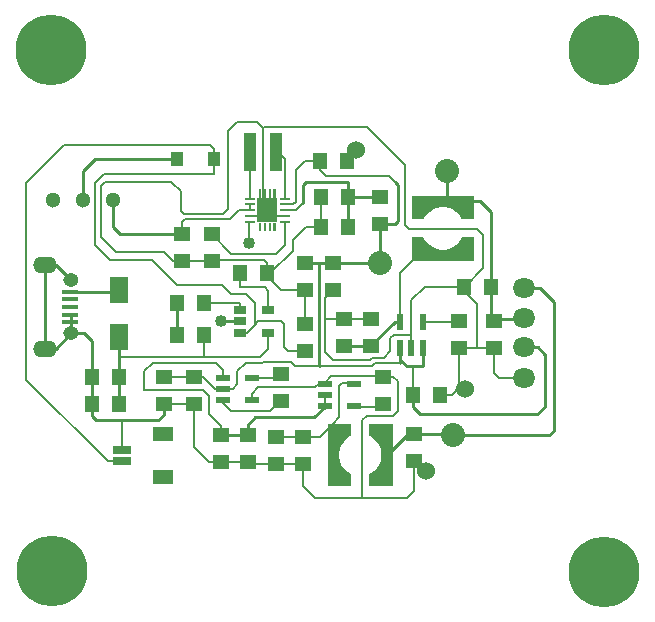
<source format=gtl>
G04 Layer_Physical_Order=1*
G04 Layer_Color=255*
%FSLAX25Y25*%
%MOIN*%
G70*
G01*
G75*
%ADD10R,0.20866X0.03543*%
%ADD11R,0.05000X0.05500*%
%ADD12R,0.04724X0.02362*%
%ADD13R,0.05500X0.05000*%
%ADD14R,0.04331X0.02559*%
%ADD15R,0.03347X0.01102*%
%ADD16R,0.06693X0.08465*%
%ADD17R,0.02200X0.05800*%
%ADD18R,0.06102X0.02559*%
%ADD19R,0.07087X0.04724*%
%ADD20R,0.03543X0.20866*%
%ADD21R,0.03937X0.12598*%
%ADD22R,0.05315X0.01575*%
%ADD23R,0.06299X0.08858*%
%ADD24R,0.04409X0.04803*%
%ADD25C,0.00800*%
%ADD26C,0.01000*%
%ADD27C,0.05118*%
%ADD28C,0.08000*%
%ADD29O,0.07500X0.06500*%
%ADD30O,0.07874X0.05512*%
%ADD31O,0.05118X0.04528*%
%ADD32C,0.23622*%
%ADD33C,0.04000*%
%ADD34C,0.06000*%
G36*
X369534Y315249D02*
X368746D01*
Y318005D01*
X369534D01*
Y315249D01*
D02*
G37*
G36*
X371109D02*
X370321D01*
Y318005D01*
X371109D01*
Y315249D01*
D02*
G37*
G36*
X372684D02*
X371896D01*
Y318005D01*
X372684D01*
Y315249D01*
D02*
G37*
G36*
X399551Y251169D02*
Y247180D01*
X399551D01*
X398952Y246870D01*
X397857Y246089D01*
X396929Y245114D01*
X396202Y243981D01*
X395702Y242732D01*
X395448Y241410D01*
X395448Y240065D01*
X395702Y238743D01*
X396202Y237493D01*
X396928Y236361D01*
X397856Y235386D01*
X398952Y234604D01*
X399550Y234295D01*
X399550Y234294D01*
Y230304D01*
X391676D01*
Y251170D01*
X399550D01*
X399551Y251169D01*
D02*
G37*
G36*
X413329Y230304D02*
X405455D01*
X405454Y230305D01*
Y234294D01*
X406052Y234604D01*
X407148Y235385D01*
X408076Y236360D01*
X408803Y237493D01*
X409302Y238742D01*
X409557Y240064D01*
X409557Y241409D01*
X409303Y242731D01*
X408803Y243981D01*
X408076Y245113D01*
X407149Y246088D01*
X406053Y246870D01*
X405455Y247179D01*
X405455Y247180D01*
Y251170D01*
X413329D01*
Y230304D01*
D02*
G37*
G36*
X423560Y313285D02*
X423869Y312687D01*
X424651Y311591D01*
X425626Y310664D01*
X426758Y309937D01*
X428008Y309437D01*
X429329Y309183D01*
X430675Y309182D01*
X431996Y309437D01*
X433246Y309936D01*
X434379Y310663D01*
X435353Y311591D01*
X436135Y312686D01*
X436445Y313285D01*
X436445Y313284D01*
X440435D01*
Y305410D01*
X419569D01*
Y313284D01*
X419570Y313285D01*
X423560D01*
X423560Y313285D01*
D02*
G37*
G36*
X371109Y326469D02*
X370321D01*
Y329225D01*
X371109D01*
Y326469D01*
D02*
G37*
G36*
X372684D02*
X371896D01*
Y329225D01*
X372684D01*
Y326469D01*
D02*
G37*
G36*
X374258D02*
X373471D01*
Y329225D01*
X374258D01*
Y326469D01*
D02*
G37*
G36*
Y315249D02*
X373471D01*
Y318005D01*
X374258D01*
Y315249D01*
D02*
G37*
G36*
X440435Y319190D02*
X440434Y319189D01*
X436445D01*
X436136Y319787D01*
X435354Y320883D01*
X434379Y321811D01*
X433247Y322537D01*
X431997Y323037D01*
X430676Y323292D01*
X429330Y323292D01*
X428008Y323037D01*
X426759Y322538D01*
X425626Y321811D01*
X424651Y320883D01*
X423870Y319788D01*
X423560Y319189D01*
X423560Y319190D01*
X419569D01*
Y327064D01*
X440435D01*
Y319190D01*
D02*
G37*
G36*
X369534Y326469D02*
X368746D01*
Y329225D01*
X369534D01*
Y326469D01*
D02*
G37*
D10*
X430002Y307182D02*
D03*
Y325292D02*
D03*
D11*
X350350Y280737D02*
D03*
X341350D02*
D03*
X362502Y301237D02*
D03*
X371502D02*
D03*
X341450Y291237D02*
D03*
X350450D02*
D03*
X398002Y338737D02*
D03*
X389002D02*
D03*
X389502Y316737D02*
D03*
X398502D02*
D03*
X437002Y296737D02*
D03*
X446002D02*
D03*
X429002Y260737D02*
D03*
X420002D02*
D03*
X389502Y326737D02*
D03*
X398502D02*
D03*
X313002Y266737D02*
D03*
X322002D02*
D03*
X313002Y257737D02*
D03*
X322002D02*
D03*
D12*
X366424Y266477D02*
D03*
Y258997D02*
D03*
X356581D02*
D03*
Y262737D02*
D03*
Y266477D02*
D03*
X400424Y264477D02*
D03*
Y256997D02*
D03*
X390581D02*
D03*
Y260737D02*
D03*
Y264477D02*
D03*
D13*
X409002Y326737D02*
D03*
Y317737D02*
D03*
X397002Y286137D02*
D03*
Y277137D02*
D03*
X435502Y276237D02*
D03*
Y285237D02*
D03*
X447002Y276237D02*
D03*
Y285237D02*
D03*
X406202Y286137D02*
D03*
Y277137D02*
D03*
X420502Y238737D02*
D03*
Y247737D02*
D03*
X383502Y237737D02*
D03*
Y246737D02*
D03*
X374302Y237737D02*
D03*
Y246737D02*
D03*
X365102Y238237D02*
D03*
Y247237D02*
D03*
X355902Y238237D02*
D03*
Y247237D02*
D03*
X347002Y257737D02*
D03*
Y266737D02*
D03*
X337002Y257737D02*
D03*
Y266737D02*
D03*
X410002Y257737D02*
D03*
Y266737D02*
D03*
X376002Y267737D02*
D03*
Y258737D02*
D03*
X353002Y305237D02*
D03*
Y314237D02*
D03*
X343002Y305237D02*
D03*
Y314237D02*
D03*
X393502Y295737D02*
D03*
Y304737D02*
D03*
X384002Y295737D02*
D03*
Y304737D02*
D03*
X384202Y284237D02*
D03*
Y275237D02*
D03*
D14*
X371727Y288977D02*
D03*
Y281497D02*
D03*
X362278D02*
D03*
Y285237D02*
D03*
Y288977D02*
D03*
D15*
X365695Y326174D02*
D03*
Y324205D02*
D03*
Y322237D02*
D03*
Y320269D02*
D03*
Y318300D02*
D03*
X377309D02*
D03*
Y320269D02*
D03*
Y322237D02*
D03*
Y324205D02*
D03*
Y326174D02*
D03*
D16*
X371502Y322237D02*
D03*
D17*
X415762Y276337D02*
D03*
X419502D02*
D03*
X423243D02*
D03*
Y285137D02*
D03*
X415762D02*
D03*
D18*
X323202Y238537D02*
D03*
Y242474D02*
D03*
D19*
X336588Y247592D02*
D03*
Y233419D02*
D03*
D20*
X393447Y240737D02*
D03*
X411557D02*
D03*
D21*
X365672Y341737D02*
D03*
X374333D02*
D03*
D22*
X305739Y284938D02*
D03*
Y287497D02*
D03*
Y290056D02*
D03*
Y292615D02*
D03*
Y295174D02*
D03*
D23*
X322002Y295611D02*
D03*
Y279863D02*
D03*
D24*
X353605Y339237D02*
D03*
X341400D02*
D03*
D25*
X352302Y343937D02*
X353605Y342635D01*
X303602Y343937D02*
X352302D01*
X291002Y331337D02*
X303602Y343937D01*
X353605Y339237D02*
Y342635D01*
X318302Y238537D02*
X323202D01*
X291002Y265837D02*
X318302Y238537D01*
X291002Y265837D02*
Y331337D01*
X404702Y350037D02*
X417502Y337237D01*
Y317337D02*
Y337237D01*
Y317337D02*
X418702Y316137D01*
X370002Y349737D02*
X370302Y350037D01*
X404702D01*
X418702Y316137D02*
X441502D01*
X443502Y314137D01*
Y302937D02*
Y314137D01*
X437302Y296737D02*
X443502Y302937D01*
X437002Y296737D02*
X437302D01*
X323202Y252037D02*
X323402Y252237D01*
X323202Y242474D02*
Y252037D01*
X353605Y334237D02*
Y339237D01*
X448802Y266237D02*
X456902D01*
X447002Y268037D02*
X448802Y266237D01*
X447002Y268037D02*
Y276237D01*
X390581Y256816D02*
Y256997D01*
Y260737D01*
X365602Y237737D02*
X374302D01*
X383502D01*
X365102Y238237D02*
X365602Y237737D01*
X390652Y275087D02*
Y286237D01*
Y292887D01*
Y286237D02*
X390752Y286137D01*
X397002D01*
X406202D01*
X412502Y279737D02*
X413602Y280837D01*
X412502Y275237D02*
Y279737D01*
X410302Y273037D02*
X412502Y275237D01*
X406527Y273037D02*
X410302D01*
X405727Y272237D02*
X406527Y273037D01*
X419502Y281237D02*
Y292237D01*
Y276337D02*
Y281237D01*
X390652Y292887D02*
X393502Y295737D01*
X390652Y275087D02*
X393502Y272237D01*
X405727D01*
X413602Y280837D02*
X419102D01*
X419502Y281237D01*
X407272Y271237D02*
X415762D01*
X406273Y270237D02*
X407272Y271237D01*
X389002Y270237D02*
X406273D01*
X380732D02*
X389002D01*
X369811Y271500D02*
X369948Y271637D01*
X364265Y271500D02*
X369811D01*
X361502Y268737D02*
X364265Y271500D01*
X369948Y271637D02*
X379332D01*
X366424Y258997D02*
Y261158D01*
X368502Y263237D01*
X387502D01*
X388742Y264477D01*
X390581D01*
X379332Y271637D02*
X380732Y270237D01*
X361502Y264237D02*
Y268737D01*
X360002Y262737D02*
X361502Y264237D01*
X356581Y262737D02*
X360002D01*
X355902Y247237D02*
Y250337D01*
X352002Y254237D02*
X355902Y250337D01*
X352002Y254237D02*
Y260237D01*
X350002Y262237D02*
X352002Y260237D01*
X347002Y243237D02*
Y257737D01*
Y243237D02*
X352002Y238237D01*
X355902D01*
X330502Y262237D02*
Y268737D01*
Y262237D02*
X350002D01*
X354002Y262737D02*
X356581D01*
X350002Y266737D02*
X354002Y262737D01*
X347002Y266737D02*
X350002D01*
X413502D02*
X415002Y265237D01*
Y255507D02*
Y265237D01*
X413332Y253837D02*
X415002Y255507D01*
X410002Y266737D02*
X413502D01*
X403002Y226237D02*
X418002D01*
X387502D02*
X403002D01*
X404602Y253837D02*
X413332D01*
X403002Y252237D02*
X404602Y253837D01*
X403002Y226237D02*
Y252237D01*
X371502Y301237D02*
X372502D01*
X380002Y308737D01*
Y312237D01*
X384502Y316737D01*
X389502D01*
X358502Y322737D02*
Y348737D01*
X409681Y267058D02*
X410002Y266737D01*
X392824Y267058D02*
X409681D01*
X390581Y264816D02*
X392824Y267058D01*
X390581Y264477D02*
Y264816D01*
X396502Y264737D02*
X400424D01*
X395502Y263737D02*
X396502Y264737D01*
X409002Y256737D02*
X410002Y257737D01*
X400424Y256737D02*
X409002D01*
X419502Y292237D02*
X424002Y296737D01*
X437002D01*
X441252Y276237D02*
X447002D01*
X435502D02*
X441252D01*
X437002Y295237D02*
Y296737D01*
Y295237D02*
X441252Y290987D01*
Y276237D02*
Y290987D01*
X389502Y316737D02*
Y326737D01*
X368002Y351737D02*
X370002Y349737D01*
Y323737D02*
Y349737D01*
Y323737D02*
X371502Y322237D01*
X369534Y320269D02*
X371502Y322237D01*
X365695Y320269D02*
X369534D01*
X342602Y322137D02*
X343702Y321037D01*
X356802D01*
X358502Y322737D01*
X362002Y322237D02*
X365695D01*
X359002Y319237D02*
X362002Y322237D01*
X344002Y319237D02*
X359002D01*
X358502Y348737D02*
X361502Y351737D01*
X368002D01*
X353002Y305237D02*
X353502Y305737D01*
X370502D01*
X371502Y304737D01*
Y301237D02*
Y304737D01*
X340002Y305237D02*
X343002D01*
X337002Y308237D02*
X340002Y305237D01*
X321002Y308237D02*
X337002D01*
X316002Y313237D02*
X321002Y308237D01*
X316002Y313237D02*
Y330237D01*
X317502Y331737D01*
X339502D01*
X342602Y328637D01*
Y322137D02*
Y328637D01*
X317002Y334237D02*
X353605D01*
X314002Y331237D02*
X317002Y334237D01*
X314002Y310737D02*
Y331237D01*
Y310737D02*
X319002Y305737D01*
X343002Y305237D02*
X353002D01*
X371502Y300237D02*
Y301237D01*
Y300237D02*
X376002Y295737D01*
X384002D01*
X384202Y284237D02*
X384502D01*
X384002Y295737D02*
X384202Y295537D01*
Y284237D02*
Y295537D01*
X383502Y230237D02*
Y237737D01*
Y230237D02*
X387502Y226237D01*
X418002D02*
X420502Y228737D01*
Y238737D01*
X337002Y257737D02*
X347002D01*
X355902Y238237D02*
X365102D01*
X429002Y260737D02*
X433002D01*
X435502Y263237D01*
Y276237D01*
X419502Y270237D02*
X420002Y269737D01*
Y260737D02*
Y269737D01*
X365502Y318107D02*
X365695Y318300D01*
X365502Y311237D02*
Y318107D01*
X377309Y310544D02*
Y318300D01*
X374502Y307737D02*
X377309Y310544D01*
X359502Y307737D02*
X374502D01*
X353002Y314237D02*
X359502Y307737D01*
X364502Y294237D02*
X367252Y291487D01*
X359502Y294237D02*
X364502D01*
X356502Y297237D02*
X359502Y294237D01*
X341502Y297237D02*
X356502D01*
X333002Y305737D02*
X341502Y297237D01*
X319002Y305737D02*
X333002D01*
X370652Y296587D02*
X371727Y295513D01*
X362502Y296737D02*
X370652D01*
X371727Y288977D02*
Y295513D01*
X389002Y246737D02*
X393447Y251182D01*
X395502Y253237D01*
X383502Y246737D02*
X389002D01*
X374302D02*
X383502D01*
X395502Y253237D02*
Y263737D01*
X393447Y240737D02*
Y251182D01*
X372502Y255237D02*
X376002Y258737D01*
X359502Y255237D02*
X372502D01*
X356581Y258158D02*
X359502Y255237D01*
X356581Y258158D02*
Y258997D01*
X330502Y268737D02*
X333265Y271500D01*
X354239D01*
X356581Y269158D01*
Y266477D02*
Y269158D01*
X374743Y266477D02*
X376002Y267737D01*
X366424Y266477D02*
X374743D01*
X435402Y285137D02*
X435502Y285237D01*
X423243Y285137D02*
X435402D01*
X415762D02*
Y301497D01*
X421447Y307182D01*
X430002D01*
X389002Y337737D02*
Y338737D01*
Y335737D02*
Y337737D01*
X412002Y333737D02*
X414002Y331737D01*
X388002Y338737D02*
X389002Y337737D01*
Y335737D02*
X391002Y333737D01*
X412002D01*
X384002Y338737D02*
X388002D01*
X381002Y335737D02*
X384002Y338737D01*
X381002Y325108D02*
Y335737D01*
X371502Y322237D02*
X373471Y320269D01*
X377309D01*
X380117Y324223D02*
X381002Y325108D01*
Y322237D02*
X383502Y324737D01*
X377309Y324205D02*
X377327Y324223D01*
X380117D01*
X377309Y322237D02*
X381002D01*
X337002Y266737D02*
X347002D01*
X367252Y283987D02*
X368502Y285237D01*
X364762Y281497D02*
X367252Y283987D01*
Y291487D01*
X362278Y281497D02*
X364762D01*
X368502Y285237D02*
X376002D01*
X377002Y284237D01*
Y276737D02*
Y284237D01*
Y276737D02*
X378502Y275237D01*
X384202D01*
X350502Y273300D02*
X369065D01*
X322002D02*
X350502D01*
X350350Y273452D02*
X350502Y273300D01*
X350350Y273452D02*
Y280737D01*
X369065Y273300D02*
X371727Y275961D01*
Y281497D01*
X362502Y296737D02*
Y300737D01*
X350450Y291237D02*
X362002D01*
X362278Y290961D01*
Y288977D02*
Y290961D01*
X343002Y314237D02*
Y318237D01*
X344002Y319237D01*
X365695Y322237D02*
Y324205D01*
X377309Y326174D02*
Y339430D01*
X375002Y341737D02*
X377309Y339430D01*
X374333Y341737D02*
X375002D01*
X365672D02*
X365695Y341713D01*
Y326174D02*
Y341713D01*
D26*
X414002Y331737D02*
X415102Y330637D01*
Y318837D02*
Y330637D01*
X414002Y317737D02*
X415102Y318837D01*
X314502Y252237D02*
X323402D01*
X335202D01*
X337002Y254037D01*
X313002Y253737D02*
X314502Y252237D01*
X337002Y254037D02*
Y257737D01*
X406202Y277137D02*
Y277437D01*
X415762Y271237D02*
Y276337D01*
X413902Y285137D02*
X415762D01*
X406202Y277437D02*
X413902Y285137D01*
X397002Y277137D02*
X406202D01*
X388752Y304737D02*
X393502D01*
X384002D02*
X388752D01*
Y270487D02*
X389002Y270237D01*
X388752Y270487D02*
Y304737D01*
X306132Y281198D02*
Y287103D01*
X356002Y285237D02*
X362278D01*
X313002Y253737D02*
Y257737D01*
X422983Y270237D02*
X423243Y270497D01*
X419502Y270237D02*
X422983D01*
X420002Y256737D02*
Y260737D01*
Y256737D02*
X422502Y254237D01*
X461502D01*
X418002Y270237D02*
X419502D01*
X430002Y325292D02*
X442447D01*
X446002Y321737D01*
Y296737D02*
Y321737D01*
X430002Y325292D02*
X431502Y326792D01*
Y335237D01*
X355902Y247237D02*
X365102D01*
Y250837D01*
X367502Y253237D01*
X387002D01*
X390581Y256816D01*
X433502Y247237D02*
X465502D01*
X433002Y247737D02*
X433502Y247237D01*
X420502Y247737D02*
X433002D01*
X418558D02*
X420502D01*
X411557Y240737D02*
X418558Y247737D01*
X447002Y285237D02*
X447902Y286137D01*
X456902D01*
X446002Y286237D02*
X447002Y285237D01*
X446002Y286237D02*
Y296737D01*
X423243Y270497D02*
Y276337D01*
X384502Y331737D02*
X398502D01*
X383502Y330737D02*
X384502Y331737D01*
X383502Y324737D02*
Y330737D01*
X398502Y326737D02*
Y331737D01*
Y316737D02*
Y326737D01*
X409002D01*
X415762Y272477D02*
X418002Y270237D01*
X409002Y304737D02*
Y317737D01*
X393502Y304737D02*
X409002D01*
Y317737D02*
X414002D01*
X322002Y266737D02*
Y273300D01*
Y279863D01*
X322502Y314237D02*
X343002D01*
X320002Y316737D02*
X322502Y314237D01*
X320002Y316737D02*
Y325737D01*
X341350Y280737D02*
X341450Y280837D01*
Y291237D01*
X310002Y325737D02*
Y335237D01*
X314002Y339237D01*
X341400D01*
X322002Y257737D02*
Y266737D01*
X321565Y295174D02*
X322002Y295611D01*
X305739Y295174D02*
X321565D01*
X301113Y276178D02*
X306132Y281198D01*
X297372Y276178D02*
X301113D01*
X297372Y303934D02*
X301113D01*
X306132Y298914D01*
X305739Y287497D02*
X306132Y287103D01*
Y281198D02*
X310542D01*
X313002Y278737D01*
Y266737D02*
Y278737D01*
Y257737D02*
Y266737D01*
X297372Y276178D02*
Y303934D01*
X456902Y296437D02*
X457102Y296237D01*
X456902Y276537D02*
X461702D01*
X461502Y254237D02*
X464102Y256837D01*
Y274137D01*
X461702Y276537D02*
X464102Y274137D01*
X457102Y296237D02*
X462502D01*
X465502Y247237D02*
X466902Y248637D01*
Y291837D01*
X462502Y296237D02*
X466902Y291837D01*
D27*
X320002Y325737D02*
D03*
X310002D02*
D03*
X300002D02*
D03*
D28*
X409002Y304737D02*
D03*
X433502Y247237D02*
D03*
X431502Y335237D02*
D03*
D29*
X456902Y296437D02*
D03*
Y286337D02*
D03*
Y276537D02*
D03*
Y266437D02*
D03*
D30*
X297372Y303934D02*
D03*
Y276178D02*
D03*
D31*
X306132Y281198D02*
D03*
Y298914D02*
D03*
D32*
X299410Y375787D02*
D03*
X483858D02*
D03*
Y201772D02*
D03*
X299606Y201870D02*
D03*
D33*
X356002Y285237D02*
D03*
X365502Y311237D02*
D03*
D34*
X424502Y235237D02*
D03*
X437502Y262737D02*
D03*
X401002Y342237D02*
D03*
M02*

</source>
